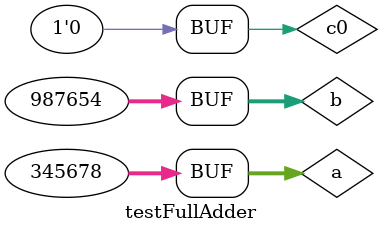
<source format=v>
`timescale 1ns / 1ps


module testFullAdder;

	// Inputs
	reg [31:0] a;
	reg [31:0] b;
	reg c0;

	// Outputs
	wire [31:0] s;
	wire cout;

	// Instantiate the Unit Under Test (UUT)
	thirtyTwoBitsFullAdder uut (
		.a(a), 
		.b(b), 
		.s(s), 
		.c0(c0), 
		.cout(cout)
	);

	initial begin
		#100;		
		a = 32'hffffffff;
		b = 32'hfffffffff;
		c0 = 0;	

		// Wait 100 ns for global reset to finish
		#100;		
		a = 32'hffffffff;
		b = 32'hfffffaff;
		c0 = 1;	
		
		#100;		
		a = 1092657;
		b = 1534;
		c0 = 0;

		#100;		
		a = 2526234;
		b = 1274323;
		c0 = 0;

		#100;		
		a = 90221;
		b = 8821000;
		c0 = 0;

		#100;		
		a = 12;
		b = 10;
		c0 = 0;

		#100;		
		a = 15;
		b = 15;
		c0 = 0;

		#100;		
		a = 3;
		b = 4;
		c0 = 0;

		#100;		
		a = 15;
		b = 15;
		c0 = 1;

		#100;		
		a = 9;
		b = 9;
		c0 = 0;

		#100;		
		a = 5;
		b = 1;
		c0 = 0;
		
		#100;		
		a = 345678;
		b = 987654;
		c0 = 0;		

		// Add stimulus here

	end
      
endmodule


</source>
